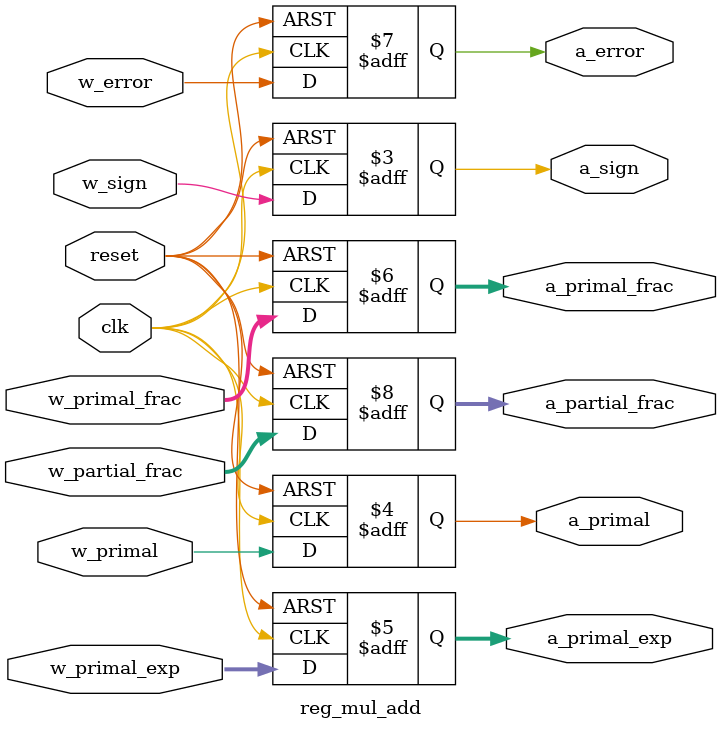
<source format=v>
module reg_mul_add(
    input clk,
    input reset,
    input w_sign, 
    input w_primal, 
    input [7:0] w_primal_exp, 
    input [22:0] w_primal_frac, 
    input w_error,
    input [47:0] w_partial_frac,
    output reg a_sign, 
    output reg a_primal, 
    output reg [7:0] a_primal_exp, 
    output reg [22:0] a_primal_frac, 
    output reg a_error,
    output reg [47:0] a_partial_frac
);
    always@(posedge clk or negedge reset) begin
        if(!reset) begin
            a_sign <= 0;
            a_primal <= 0;
            a_primal_exp <= 0;
            a_primal_frac <= 0;
            a_error <= 0;
            a_partial_frac <= 0;
        end
        else begin
            a_sign <= w_sign;
            a_primal <= w_primal;
            a_primal_exp <= w_primal_exp;
            a_primal_frac <= w_primal_frac;
            a_error <= w_error;
            a_partial_frac <= w_partial_frac;
        end
    end
endmodule
</source>
